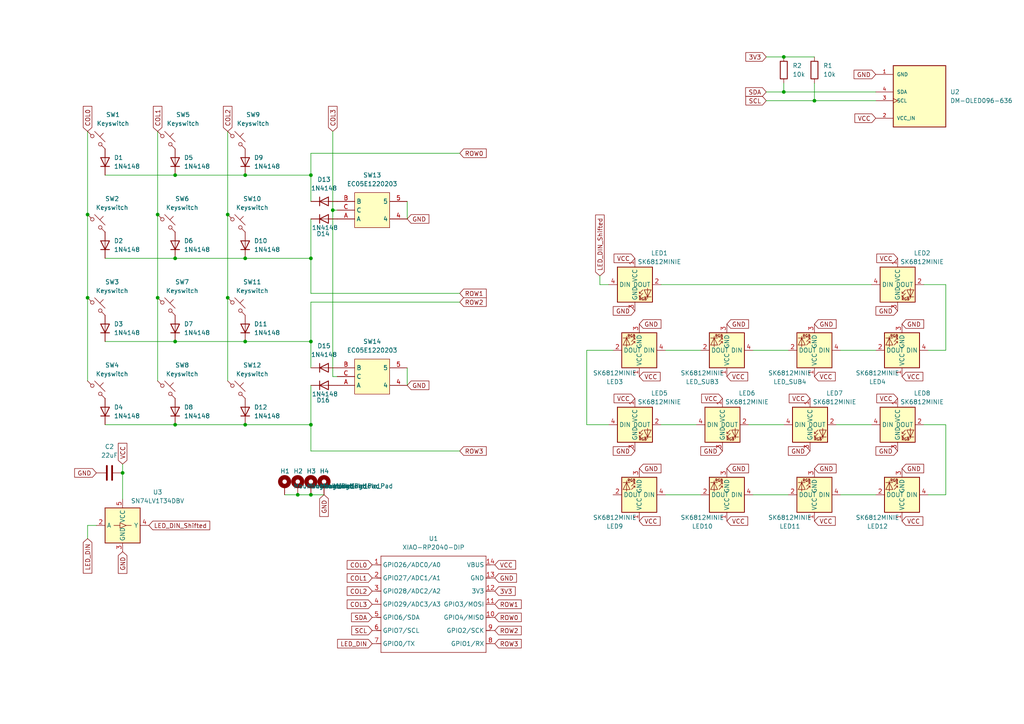
<source format=kicad_sch>
(kicad_sch (version 20231120) (generator "eeschema") (generator_version "8.0")
  (paper "A4")
  (lib_symbols
    (symbol "DM-OLED096-636:DM-OLED096-636" (pin_names (offset 1.016))
      (property "Reference" "U" (at -7.62 10.922 0))
      (property "Value" "DM-OLED096-636" (at -7.62 -10.16 0))
      (symbol "DM-OLED096-636_0_0"
        (rectangle (start -7.62 -7.62) (end 7.62 10.16) (stroke (width 0.254)) (fill (type background)))
        (pin power_in line (at 12.7 -5.08 180) (length 5.08) (name "GND") (number "1"))
        (pin power_in line (at 12.7 7.62 180) (length 5.08) (name "VCC_IN") (number "2"))
        (pin input clock (at 12.7 2.54 180) (length 5.08) (name "SCL") (number "3"))
        (pin bidirectional line (at 12.7 0 180) (length 5.08) (name "SDA") (number "4"))
      )
    )
    (symbol "Device:C" (pin_numbers hide) (pin_names (offset 0.254))
      (property "Reference" "C" (at 0.635 2.54 0))
      (property "Value" "C" (at 0.635 -2.54 0))
      (symbol "C_0_1"
        (polyline (pts (xy -2.032 -0.762) (xy 2.032 -0.762)) (stroke (width 0.508)))
        (polyline (pts (xy -2.032 0.762) (xy 2.032 0.762)) (stroke (width 0.508)))
      )
      (symbol "C_1_1"
        (pin passive line (at 0 3.81 270) (length 2.794) (name "~") (number "1"))
        (pin passive line (at 0 -3.81 90) (length 2.794) (name "~") (number "2"))
      )
    )
    (symbol "Device:R" (pin_numbers hide) (pin_names (offset 0))
      (property "Reference" "R" (at 2.032 0 90))
      (property "Value" "R" (at 0 0 90))
      (symbol "R_0_1"
        (rectangle (start -1.016 -2.54) (end 1.016 2.54) (stroke (width 0.254)))
      )
      (symbol "R_1_1"
        (pin passive line (at 0 3.81 270) (length 1.27) (name "~") (number "1"))
        (pin passive line (at 0 -3.81 90) (length 1.27) (name "~") (number "2"))
      )
    )
    (symbol "Diode:1N4148" (pin_numbers hide) (pin_names hide)
      (property "Reference" "D" (at 0 2.54 0))
      (property "Value" "1N4148" (at 0 -2.54 0))
      (symbol "1N4148_0_1"
        (polyline (pts (xy -1.27 1.27) (xy -1.27 -1.27)) (stroke (width 0.254)))
        (polyline (pts (xy 1.27 0) (xy -1.27 0)))
        (polyline (pts (xy 1.27 1.27) (xy 1.27 -1.27) (xy -1.27 0) (xy 1.27 1.27)) (stroke (width 0.254)))
      )
      (symbol "1N4148_1_1"
        (pin passive line (at -3.81 0 0) (length 2.54) (name "K") (number "1"))
        (pin passive line (at 3.81 0 180) (length 2.54) (name "A") (number "2"))
      )
    )
    (symbol "EC05E1220203:EC05E1220203"
      (property "Reference" "SW" (at 0 15.24 0))
      (property "Value" "EC05E1220203" (at 0 -15.24 0))
      (symbol "EC05E1220203_0_1"
        (rectangle (start -5.08 5.08) (end 5.08 -5.08) (fill (type background)))
        (pin unspecified line (at 2.54 10.16 270) (length 5.08) (name "4") (number "4"))
        (pin unspecified line (at -2.54 10.16 270) (length 5.08) (name "5") (number "5"))
        (pin unspecified line (at 2.54 -10.16 90) (length 5.08) (name "A") (number "A"))
        (pin unspecified line (at -2.54 -10.16 90) (length 5.08) (name "B") (number "B"))
        (pin unspecified line (at 0 -10.16 90) (length 5.08) (name "C") (number "C"))
      )
    )
    (symbol "Logic_LevelTranslator:SN74LV1T34DBV"
      (property "Reference" "U" (at 5.08 6.35 0))
      (property "Value" "SN74LV1T34DBV" (at 5.08 3.81 0))
      (symbol "SN74LV1T34DBV_0_1"
        (rectangle (start -5.08 5.08) (end 5.08 -5.08) (stroke (width 0.254)) (fill (type background)))
        (polyline (pts (xy -0.762 0) (xy -2.54 0)))
        (polyline (pts (xy 1.016 0) (xy 2.54 0)))
      )
      (symbol "SN74LV1T34DBV_1_1"
        (polyline (pts (xy -0.762 -0.762) (xy -0.762 0.762) (xy 1.016 0) (xy -0.762 -0.762)))
        (pin no_connect line (at -5.08 2.54 0) (length 2.54) hide (name "NC") (number "1"))
        (pin input line (at -7.62 0 0) (length 2.54) (name "A") (number "2"))
        (pin power_in line (at 0 -7.62 90) (length 2.54) (name "GND") (number "3"))
        (pin output line (at 7.62 0 180) (length 2.54) (name "Y") (number "4"))
        (pin power_in line (at 0 7.62 270) (length 2.54) (name "VCC") (number "5"))
      )
    )
    (symbol "Mechanical:MountingHole_Pad" (pin_numbers hide) (pin_names (offset 1.016) hide) (exclude_from_sim yes) (in_bom no)
      (property "Reference" "H" (at 0 6.35 0))
      (property "Value" "MountingHole_Pad" (at 0 4.445 0))
      (symbol "MountingHole_Pad_0_1"
        (circle (center 0 1.27) (radius 1.27) (stroke (width 1.27)))
      )
      (symbol "MountingHole_Pad_1_1"
        (pin input line (at 0 -2.54 90) (length 2.54) (name "1") (number "1"))
      )
    )
    (symbol "SK6812_MINI_E:SK6812MINIE"
      (property "Reference" "SK6812MINIE" (at 7.112 -6.35 0))
      (symbol "SK6812MINIE_0_0"
        (text "RGB" (at 2.286 -4.191 0) (effects (font (size 0.762 0.762))))
      )
      (symbol "SK6812MINIE_0_1"
        (polyline (pts (xy 1.27 -3.556) (xy 1.778 -3.556)))
        (polyline (pts (xy 1.27 -2.54) (xy 1.778 -2.54)))
        (polyline (pts (xy 4.699 -3.556) (xy 2.667 -3.556)))
        (polyline (pts (xy 2.286 -2.54) (xy 1.27 -3.556) (xy 1.27 -3.048)))
        (polyline (pts (xy 2.286 -1.524) (xy 1.27 -2.54) (xy 1.27 -2.032)))
        (polyline (pts (xy 3.683 -1.016) (xy 3.683 -3.556) (xy 3.683 -4.064)))
        (polyline (pts (xy 4.699 -1.524) (xy 2.667 -1.524) (xy 3.683 -3.556) (xy 4.699 -1.524)))
        (rectangle (start 5.08 5.08) (end -5.08 -5.08) (stroke (width 0.254)) (fill (type background)))
      )
      (symbol "SK6812MINIE_1_1"
        (pin power_in line (at 0 7.62 270) (length 2.54) (name "VCC") (number "1"))
        (pin output line (at 7.62 0 180) (length 2.54) (name "DOUT") (number "2"))
        (pin power_in line (at 0 -7.62 90) (length 2.54) (name "GND") (number "3"))
        (pin input line (at -7.62 0 0) (length 2.54) (name "DIN") (number "4"))
      )
    )
    (symbol "Seeed_Studio_XIAO_Series:XIAO-RP2040-DIP"
      (property "Reference" "U" (at 0 0 0))
      (property "Value" "XIAO-RP2040-DIP" (at 5.334 -1.778 0))
      (symbol "XIAO-RP2040-DIP_1_0"
        (polyline (pts (xy -1.27 -30.48) (xy -1.27 -16.51)) (stroke (width 0.1524)))
        (polyline (pts (xy -1.27 -27.94) (xy -2.54 -27.94)) (stroke (width 0.1524)))
        (polyline (pts (xy -1.27 -24.13) (xy -2.54 -24.13)) (stroke (width 0.1524)))
        (polyline (pts (xy -1.27 -20.32) (xy -2.54 -20.32)) (stroke (width 0.1524)))
        (polyline (pts (xy -1.27 -16.51) (xy -2.54 -16.51)) (stroke (width 0.1524)))
        (polyline (pts (xy -1.27 -16.51) (xy -1.27 -12.7)) (stroke (width 0.1524)))
        (polyline (pts (xy -1.27 -12.7) (xy -2.54 -12.7)) (stroke (width 0.1524)))
        (polyline (pts (xy -1.27 -12.7) (xy -1.27 -8.89)) (stroke (width 0.1524)))
        (polyline (pts (xy -1.27 -8.89) (xy -2.54 -8.89)) (stroke (width 0.1524)))
        (polyline (pts (xy -1.27 -8.89) (xy -1.27 -5.08)) (stroke (width 0.1524)))
        (polyline (pts (xy -1.27 -5.08) (xy -2.54 -5.08)) (stroke (width 0.1524)))
        (polyline (pts (xy -1.27 -5.08) (xy -1.27 -2.54)) (stroke (width 0.1524)))
        (polyline (pts (xy -1.27 -2.54) (xy 29.21 -2.54)) (stroke (width 0.1524)))
        (polyline (pts (xy 29.21 -30.48) (xy -1.27 -30.48)) (stroke (width 0.1524)))
        (polyline (pts (xy 29.21 -12.7) (xy 29.21 -30.48)) (stroke (width 0.1524)))
        (polyline (pts (xy 29.21 -8.89) (xy 29.21 -12.7)) (stroke (width 0.1524)))
        (polyline (pts (xy 29.21 -5.08) (xy 29.21 -8.89)) (stroke (width 0.1524)))
        (polyline (pts (xy 29.21 -2.54) (xy 29.21 -5.08)) (stroke (width 0.1524)))
        (polyline (pts (xy 30.48 -27.94) (xy 29.21 -27.94)) (stroke (width 0.1524)))
        (polyline (pts (xy 30.48 -24.13) (xy 29.21 -24.13)) (stroke (width 0.1524)))
        (polyline (pts (xy 30.48 -20.32) (xy 29.21 -20.32)) (stroke (width 0.1524)))
        (polyline (pts (xy 30.48 -16.51) (xy 29.21 -16.51)) (stroke (width 0.1524)))
        (polyline (pts (xy 30.48 -12.7) (xy 29.21 -12.7)) (stroke (width 0.1524)))
        (polyline (pts (xy 30.48 -8.89) (xy 29.21 -8.89)) (stroke (width 0.1524)))
        (polyline (pts (xy 30.48 -5.08) (xy 29.21 -5.08)) (stroke (width 0.1524)))
        (pin passive line (at -3.81 -5.08 0) (length 2.54) (name "GPIO26/ADC0/A0") (number "1"))
        (pin passive line (at 31.75 -20.32 180) (length 2.54) (name "GPIO4/MISO") (number "10"))
        (pin passive line (at 31.75 -16.51 180) (length 2.54) (name "GPIO3/MOSI") (number "11"))
        (pin passive line (at 31.75 -12.7 180) (length 2.54) (name "3V3") (number "12"))
        (pin passive line (at 31.75 -8.89 180) (length 2.54) (name "GND") (number "13"))
        (pin passive line (at 31.75 -5.08 180) (length 2.54) (name "VBUS") (number "14"))
        (pin passive line (at -3.81 -8.89 0) (length 2.54) (name "GPIO27/ADC1/A1") (number "2"))
        (pin passive line (at -3.81 -12.7 0) (length 2.54) (name "GPIO28/ADC2/A2") (number "3"))
        (pin passive line (at -3.81 -16.51 0) (length 2.54) (name "GPIO29/ADC3/A3") (number "4"))
        (pin passive line (at -3.81 -20.32 0) (length 2.54) (name "GPIO6/SDA") (number "5"))
        (pin passive line (at -3.81 -24.13 0) (length 2.54) (name "GPIO7/SCL") (number "6"))
        (pin passive line (at -3.81 -27.94 0) (length 2.54) (name "GPIO0/TX") (number "7"))
        (pin passive line (at 31.75 -27.94 180) (length 2.54) (name "GPIO1/RX") (number "8"))
        (pin passive line (at 31.75 -24.13 180) (length 2.54) (name "GPIO2/SCK") (number "9"))
      )
    )
    (symbol "Switch:SW_Push_45deg" (pin_numbers hide) (pin_names (offset 1.016) hide)
      (property "Reference" "SW" (at 3.048 1.016 0))
      (property "Value" "SW_Push_45deg" (at 0 -3.81 0))
      (symbol "SW_Push_45deg_0_1"
        (circle (center -1.1684 1.1684) (radius 0.508))
        (polyline (pts (xy -0.508 2.54) (xy 2.54 -0.508)))
        (polyline (pts (xy 1.016 1.016) (xy 2.032 2.032)))
        (polyline (pts (xy -2.54 2.54) (xy -1.524 1.524) (xy -1.524 1.524)))
        (polyline (pts (xy 1.524 -1.524) (xy 2.54 -2.54) (xy 2.54 -2.54) (xy 2.54 -2.54)))
        (circle (center 1.143 -1.1938) (radius 0.508))
        (pin passive line (at -2.54 2.54 0) (length 0) (name "1") (number "1"))
        (pin passive line (at 2.54 -2.54 180) (length 0) (name "2") (number "2"))
      )
    )
  )
  (junction (at 45.72 62.23))
  (junction (at 25.4 86.36))
  (junction (at 90.17 50.8))
  (junction (at 90.17 99.06))
  (junction (at 90.17 143.51))
  (junction (at 50.8 50.8))
  (junction (at 66.04 62.23))
  (junction (at 90.17 74.93))
  (junction (at 50.8 99.06))
  (junction (at 227.33 26.67))
  (junction (at 50.8 123.19))
  (junction (at 71.12 50.8))
  (junction (at 227.33 16.51))
  (junction (at 25.4 62.23))
  (junction (at 71.12 123.19))
  (junction (at 236.22 29.21))
  (junction (at 90.17 123.19))
  (junction (at 71.12 99.06))
  (junction (at 66.04 86.36))
  (junction (at 96.52 60.96))
  (junction (at 71.12 74.93))
  (junction (at 50.8 74.93))
  (junction (at 45.72 86.36))
  (junction (at 86.36 143.51))
  (junction (at 35.56 137.16))
  (wire (pts (xy 170.18 101.6) (xy 170.18 123.19)))
  (wire (pts (xy 90.17 87.63) (xy 90.17 99.06)))
  (wire (pts (xy 217.17 123.19) (xy 227.33 123.19)))
  (wire (pts (xy 274.32 101.6) (xy 269.24 101.6)))
  (wire (pts (xy 274.32 123.19) (xy 274.32 143.51)))
  (wire (pts (xy 25.4 156.21) (xy 25.4 152.4)))
  (wire (pts (xy 90.17 143.51) (xy 93.98 143.51)))
  (wire (pts (xy 193.04 143.51) (xy 203.2 143.51)))
  (wire (pts (xy 71.12 50.8) (xy 90.17 50.8)))
  (wire (pts (xy 30.48 74.93) (xy 50.8 74.93)))
  (wire (pts (xy 173.99 82.55) (xy 176.53 82.55)))
  (wire (pts (xy 86.36 143.51) (xy 90.17 143.51)))
  (wire (pts (xy 90.17 87.63) (xy 133.35 87.63)))
  (wire (pts (xy 267.97 123.19) (xy 274.32 123.19)))
  (wire (pts (xy 222.25 16.51) (xy 227.33 16.51)))
  (wire (pts (xy 243.84 143.51) (xy 254 143.51)))
  (wire (pts (xy 177.8 101.6) (xy 170.18 101.6)))
  (wire (pts (xy 236.22 29.21) (xy 254 29.21)))
  (wire (pts (xy 90.17 85.09) (xy 90.17 74.93)))
  (wire (pts (xy 82.55 143.51) (xy 86.36 143.51)))
  (wire (pts (xy 30.48 99.06) (xy 50.8 99.06)))
  (wire (pts (xy 90.17 85.09) (xy 133.35 85.09)))
  (wire (pts (xy 191.77 123.19) (xy 201.93 123.19)))
  (wire (pts (xy 96.52 60.96) (xy 97.79 60.96)))
  (wire (pts (xy 90.17 44.45) (xy 133.35 44.45)))
  (wire (pts (xy 90.17 130.81) (xy 133.35 130.81)))
  (wire (pts (xy 71.12 74.93) (xy 90.17 74.93)))
  (wire (pts (xy 96.52 109.22) (xy 97.79 109.22)))
  (wire (pts (xy 193.04 101.6) (xy 203.2 101.6)))
  (wire (pts (xy 66.04 86.36) (xy 66.04 110.49)))
  (wire (pts (xy 274.32 82.55) (xy 274.32 101.6)))
  (wire (pts (xy 170.18 123.19) (xy 176.53 123.19)))
  (wire (pts (xy 227.33 26.67) (xy 254 26.67)))
  (wire (pts (xy 274.32 143.51) (xy 269.24 143.51)))
  (wire (pts (xy 45.72 38.1) (xy 45.72 62.23)))
  (wire (pts (xy 96.52 38.1) (xy 96.52 60.96)))
  (wire (pts (xy 66.04 38.1) (xy 66.04 62.23)))
  (wire (pts (xy 90.17 99.06) (xy 90.17 106.68)))
  (wire (pts (xy 236.22 24.13) (xy 236.22 29.21)))
  (wire (pts (xy 96.52 60.96) (xy 96.52 109.22)))
  (wire (pts (xy 90.17 44.45) (xy 90.17 50.8)))
  (wire (pts (xy 243.84 101.6) (xy 254 101.6)))
  (wire (pts (xy 173.99 80.01) (xy 173.99 82.55)))
  (wire (pts (xy 35.56 144.78) (xy 35.56 137.16)))
  (wire (pts (xy 50.8 50.8) (xy 71.12 50.8)))
  (wire (pts (xy 118.11 58.42) (xy 118.11 63.5)))
  (wire (pts (xy 45.72 86.36) (xy 45.72 110.49)))
  (wire (pts (xy 66.04 62.23) (xy 66.04 86.36)))
  (wire (pts (xy 222.25 29.21) (xy 236.22 29.21)))
  (wire (pts (xy 90.17 130.81) (xy 90.17 123.19)))
  (wire (pts (xy 218.44 143.51) (xy 228.6 143.51)))
  (wire (pts (xy 191.77 82.55) (xy 252.73 82.55)))
  (wire (pts (xy 90.17 50.8) (xy 90.17 58.42)))
  (wire (pts (xy 35.56 134.62) (xy 35.56 137.16)))
  (wire (pts (xy 45.72 62.23) (xy 45.72 86.36)))
  (wire (pts (xy 227.33 16.51) (xy 236.22 16.51)))
  (wire (pts (xy 25.4 62.23) (xy 25.4 86.36)))
  (wire (pts (xy 25.4 152.4) (xy 27.94 152.4)))
  (wire (pts (xy 50.8 74.93) (xy 71.12 74.93)))
  (wire (pts (xy 218.44 101.6) (xy 228.6 101.6)))
  (wire (pts (xy 222.25 26.67) (xy 227.33 26.67)))
  (wire (pts (xy 30.48 50.8) (xy 50.8 50.8)))
  (wire (pts (xy 118.11 106.68) (xy 118.11 111.76)))
  (wire (pts (xy 90.17 63.5) (xy 90.17 74.93)))
  (wire (pts (xy 227.33 24.13) (xy 227.33 26.67)))
  (wire (pts (xy 242.57 123.19) (xy 252.73 123.19)))
  (wire (pts (xy 71.12 123.19) (xy 90.17 123.19)))
  (wire (pts (xy 90.17 111.76) (xy 90.17 123.19)))
  (wire (pts (xy 50.8 123.19) (xy 71.12 123.19)))
  (wire (pts (xy 25.4 86.36) (xy 25.4 110.49)))
  (wire (pts (xy 267.97 82.55) (xy 274.32 82.55)))
  (wire (pts (xy 25.4 38.1) (xy 25.4 62.23)))
  (wire (pts (xy 50.8 99.06) (xy 71.12 99.06)))
  (wire (pts (xy 71.12 99.06) (xy 90.17 99.06)))
  (wire (pts (xy 30.48 123.19) (xy 50.8 123.19)))
  (global_label "COL2" (shape input) (at 66.04 38.1 90) (property "Intersheetrefs" "${INTERSHEET_REFS}" (effects (hide yes))))
  (global_label "VCC" (shape input) (at 260.35 115.57 180) (property "Intersheetrefs" "${INTERSHEET_REFS}" (effects (hide yes))))
  (global_label "GND" (shape input) (at 210.82 135.89 0) (property "Intersheetrefs" "${INTERSHEET_REFS}" (effects (hide yes))))
  (global_label "VCC" (shape input) (at 184.15 74.93 180) (property "Intersheetrefs" "${INTERSHEET_REFS}" (effects (hide yes))))
  (global_label "SDA" (shape input) (at 107.95 179.07 180) (property "Intersheetrefs" "${INTERSHEET_REFS}" (effects (hide yes))))
  (global_label "3V3" (shape input) (at 222.25 16.51 180) (property "Intersheetrefs" "${INTERSHEET_REFS}" (effects (hide yes))))
  (global_label "GND" (shape input) (at 184.15 90.17 180) (property "Intersheetrefs" "${INTERSHEET_REFS}" (effects (hide yes))))
  (global_label "GND" (shape input) (at 27.94 137.16 180) (property "Intersheetrefs" "${INTERSHEET_REFS}" (effects (hide yes))))
  (global_label "GND" (shape input) (at 260.35 130.81 180) (property "Intersheetrefs" "${INTERSHEET_REFS}" (effects (hide yes))))
  (global_label "VCC" (shape input) (at 261.62 151.13 0) (property "Intersheetrefs" "${INTERSHEET_REFS}" (effects (hide yes))))
  (global_label "VCC" (shape input) (at 260.35 74.93 180) (property "Intersheetrefs" "${INTERSHEET_REFS}" (effects (hide yes))))
  (global_label "VCC" (shape input) (at 35.56 134.62 90) (property "Intersheetrefs" "${INTERSHEET_REFS}" (effects (hide yes))))
  (global_label "SDA" (shape input) (at 222.25 26.67 180) (property "Intersheetrefs" "${INTERSHEET_REFS}" (effects (hide yes))))
  (global_label "ROW1" (shape input) (at 143.51 175.26 0) (property "Intersheetrefs" "${INTERSHEET_REFS}" (effects (hide yes))))
  (global_label "COL1" (shape input) (at 107.95 167.64 180) (property "Intersheetrefs" "${INTERSHEET_REFS}" (effects (hide yes))))
  (global_label "GND" (shape input) (at 143.51 167.64 0) (property "Intersheetrefs" "${INTERSHEET_REFS}" (effects (hide yes))))
  (global_label "COL3" (shape input) (at 107.95 175.26 180) (property "Intersheetrefs" "${INTERSHEET_REFS}" (effects (hide yes))))
  (global_label "VCC" (shape input) (at 210.82 151.13 0) (property "Intersheetrefs" "${INTERSHEET_REFS}" (effects (hide yes))))
  (global_label "ROW3" (shape input) (at 143.51 186.69 0) (property "Intersheetrefs" "${INTERSHEET_REFS}" (effects (hide yes))))
  (global_label "VCC" (shape input) (at 143.51 163.83 0) (property "Intersheetrefs" "${INTERSHEET_REFS}" (effects (hide yes))))
  (global_label "COL0" (shape input) (at 25.4 38.1 90) (property "Intersheetrefs" "${INTERSHEET_REFS}" (effects (hide yes))))
  (global_label "SCL" (shape input) (at 107.95 182.88 180) (property "Intersheetrefs" "${INTERSHEET_REFS}" (effects (hide yes))))
  (global_label "COL1" (shape input) (at 45.72 38.1 90) (property "Intersheetrefs" "${INTERSHEET_REFS}" (effects (hide yes))))
  (global_label "GND" (shape input) (at 185.42 93.98 0) (property "Intersheetrefs" "${INTERSHEET_REFS}" (effects (hide yes))))
  (global_label "LED_DIN_Shifted" (shape input) (at 173.99 80.01 90) (property "Intersheetrefs" "${INTERSHEET_REFS}" (effects (hide yes))))
  (global_label "COL2" (shape input) (at 107.95 171.45 180) (property "Intersheetrefs" "${INTERSHEET_REFS}" (effects (hide yes))))
  (global_label "LED_DIN" (shape input) (at 107.95 186.69 180) (property "Intersheetrefs" "${INTERSHEET_REFS}" (effects (hide yes))))
  (global_label "VCC" (shape input) (at 209.55 115.57 180) (property "Intersheetrefs" "${INTERSHEET_REFS}" (effects (hide yes))))
  (global_label "GND" (shape input) (at 118.11 111.76 0) (property "Intersheetrefs" "${INTERSHEET_REFS}" (effects (hide yes))))
  (global_label "GND" (shape input) (at 261.62 93.98 0) (property "Intersheetrefs" "${INTERSHEET_REFS}" (effects (hide yes))))
  (global_label "VCC" (shape input) (at 184.15 115.57 180) (property "Intersheetrefs" "${INTERSHEET_REFS}" (effects (hide yes))))
  (global_label "VCC" (shape input) (at 236.22 109.22 0) (property "Intersheetrefs" "${INTERSHEET_REFS}" (effects (hide yes))))
  (global_label "LED_DIN_Shifted" (shape input) (at 43.18 152.4 0) (property "Intersheetrefs" "${INTERSHEET_REFS}" (effects (hide yes))))
  (global_label "SCL" (shape input) (at 222.25 29.21 180) (property "Intersheetrefs" "${INTERSHEET_REFS}" (effects (hide yes))))
  (global_label "GND" (shape input) (at 210.82 93.98 0) (property "Intersheetrefs" "${INTERSHEET_REFS}" (effects (hide yes))))
  (global_label "COL0" (shape input) (at 107.95 163.83 180) (property "Intersheetrefs" "${INTERSHEET_REFS}" (effects (hide yes))))
  (global_label "GND" (shape input) (at 254 21.59 180) (property "Intersheetrefs" "${INTERSHEET_REFS}" (effects (hide yes))))
  (global_label "ROW1" (shape input) (at 133.35 85.09 0) (property "Intersheetrefs" "${INTERSHEET_REFS}" (effects (hide yes))))
  (global_label "ROW0" (shape input) (at 133.35 44.45 0) (property "Intersheetrefs" "${INTERSHEET_REFS}" (effects (hide yes))))
  (global_label "VCC" (shape input) (at 210.82 109.22 0) (property "Intersheetrefs" "${INTERSHEET_REFS}" (effects (hide yes))))
  (global_label "GND" (shape input) (at 185.42 135.89 0) (property "Intersheetrefs" "${INTERSHEET_REFS}" (effects (hide yes))))
  (global_label "LED_DIN" (shape input) (at 25.4 156.21 270) (property "Intersheetrefs" "${INTERSHEET_REFS}" (effects (hide yes))))
  (global_label "GND" (shape input) (at 118.11 63.5 0) (property "Intersheetrefs" "${INTERSHEET_REFS}" (effects (hide yes))))
  (global_label "VCC" (shape input) (at 261.62 109.22 0) (property "Intersheetrefs" "${INTERSHEET_REFS}" (effects (hide yes))))
  (global_label "ROW2" (shape input) (at 133.35 87.63 0) (property "Intersheetrefs" "${INTERSHEET_REFS}" (effects (hide yes))))
  (global_label "GND" (shape input) (at 260.35 90.17 180) (property "Intersheetrefs" "${INTERSHEET_REFS}" (effects (hide yes))))
  (global_label "VCC" (shape input) (at 185.42 109.22 0) (property "Intersheetrefs" "${INTERSHEET_REFS}" (effects (hide yes))))
  (global_label "ROW0" (shape input) (at 143.51 179.07 0) (property "Intersheetrefs" "${INTERSHEET_REFS}" (effects (hide yes))))
  (global_label "GND" (shape input) (at 236.22 135.89 0) (property "Intersheetrefs" "${INTERSHEET_REFS}" (effects (hide yes))))
  (global_label "GND" (shape input) (at 209.55 130.81 180) (property "Intersheetrefs" "${INTERSHEET_REFS}" (effects (hide yes))))
  (global_label "VCC" (shape input) (at 254 34.29 180) (property "Intersheetrefs" "${INTERSHEET_REFS}" (effects (hide yes))))
  (global_label "COL3" (shape input) (at 96.52 38.1 90) (property "Intersheetrefs" "${INTERSHEET_REFS}" (effects (hide yes))))
  (global_label "GND" (shape input) (at 93.98 143.51 270) (property "Intersheetrefs" "${INTERSHEET_REFS}" (effects (hide yes))))
  (global_label "3V3" (shape input) (at 143.51 171.45 0) (property "Intersheetrefs" "${INTERSHEET_REFS}" (effects (hide yes))))
  (global_label "GND" (shape input) (at 261.62 135.89 0) (property "Intersheetrefs" "${INTERSHEET_REFS}" (effects (hide yes))))
  (global_label "VCC" (shape input) (at 185.42 151.13 0) (property "Intersheetrefs" "${INTERSHEET_REFS}" (effects (hide yes))))
  (global_label "GND" (shape input) (at 35.56 160.02 270) (property "Intersheetrefs" "${INTERSHEET_REFS}" (effects (hide yes))))
  (global_label "GND" (shape input) (at 184.15 130.81 180) (property "Intersheetrefs" "${INTERSHEET_REFS}" (effects (hide yes))))
  (global_label "GND" (shape input) (at 236.22 93.98 0) (property "Intersheetrefs" "${INTERSHEET_REFS}" (effects (hide yes))))
  (global_label "VCC" (shape input) (at 236.22 151.13 0) (property "Intersheetrefs" "${INTERSHEET_REFS}" (effects (hide yes))))
  (global_label "GND" (shape input) (at 234.95 130.81 180) (property "Intersheetrefs" "${INTERSHEET_REFS}" (effects (hide yes))))
  (global_label "ROW3" (shape input) (at 133.35 130.81 0) (property "Intersheetrefs" "${INTERSHEET_REFS}" (effects (hide yes))))
  (global_label "ROW2" (shape input) (at 143.51 182.88 0) (property "Intersheetrefs" "${INTERSHEET_REFS}" (effects (hide yes))))
  (global_label "VCC" (shape input) (at 234.95 115.57 180) (property "Intersheetrefs" "${INTERSHEET_REFS}" (effects (hide yes))))
  (symbol (lib_id "Switch:SW_Push_45deg") (at 48.26 113.03 0) (unit 1)
    (property "Reference" "SW8" (at 52.832 105.918 0))
    (property "Value" "Keyswitch" (at 52.832 108.458 0))
    (property "Footprint" "Kailh_PG1353_Solderable:Kailh-PG1353-Solderable-1U" (effects (hide yes)))
    (property "Description" "Push button switch, normally open, two pins, 45° tilted" (effects (hide yes)))
  )
  (symbol (lib_id "SK6812_MINI_E:SK6812MINIE") (at 260.35 82.55 0) (unit 1)
    (property "Reference" "LED2" (at 267.462 73.406 0))
    (property "Value" "SK6812MINIE" (at 267.462 75.946 0))
    (property "Footprint" "LED_Reversed:SK6812MINI-E-Reverse" (effects (hide yes)))
    (property "Datasheet" "https://cdn-shop.adafruit.com/product-files/2686/SK6812MINI_REV.01-1-2.pdf" (effects (hide yes)))
    (property "Description" "RGB LED with integrated controller" (effects (hide yes)))
  )
  (symbol (lib_id "Switch:SW_Push_45deg") (at 48.26 88.9 0) (unit 1)
    (property "Reference" "SW7" (at 52.832 81.788 0))
    (property "Value" "Keyswitch" (at 52.832 84.328 0))
    (property "Footprint" "Kailh_PG1353_Solderable:Kailh-PG1353-Solderable-1U" (effects (hide yes)))
    (property "Description" "Push button switch, normally open, two pins, 45° tilted" (effects (hide yes)))
  )
  (symbol (lib_id "Mechanical:MountingHole_Pad") (at 93.98 140.97 0) (unit 1) (exclude_from_sim yes) (in_bom no)
    (property "Reference" "H4" (at 92.71 136.652 0) (effects (justify left)))
    (property "Value" "MountingHole_Pad" (at 96.52 140.9699 0) (effects (justify left)))
    (property "Footprint" "MountingHole:MountingHole_2.2mm_M2_DIN965_Pad" (effects (hide yes)))
    (property "Description" "Mounting Hole with connection" (effects (hide yes)))
  )
  (symbol (lib_id "Device:C") (at 31.75 137.16 90) (unit 1)
    (property "Reference" "C2" (at 31.75 129.54 90))
    (property "Value" "22uF" (at 31.75 132.08 90))
    (property "Footprint" "Capacitor_THT:C_Radial_D5.0mm_H7.0mm_P2.00mm" (effects (hide yes)))
    (property "Description" "Unpolarized capacitor" (effects (hide yes)))
  )
  (symbol (lib_id "Device:R") (at 227.33 20.32 0) (unit 1)
    (property "Reference" "R2" (at 229.87 19.0499 0) (effects (justify left)))
    (property "Value" "10k" (at 229.87 21.5899 0) (effects (justify left)))
    (property "Footprint" "Resistor_SMD:R_0402_1005Metric_Pad0.72x0.64mm_HandSolder" (effects (hide yes)))
    (property "Description" "Resistor" (effects (hide yes)))
  )
  (symbol (lib_id "DM-OLED096-636:DM-OLED096-636") (at 266.7 26.67 180) (unit 1)
    (property "Reference" "U2" (at 275.59 26.6699 0) (effects (justify right)))
    (property "Value" "DM-OLED096-636" (at 275.59 29.2099 0) (effects (justify right)))
    (property "Footprint" "OLED_096_636:MODULE_DM-OLED096-636" (effects (hide yes)))
    (property "MF" "Display Module" (effects (hide yes)))
    (property "MAXIMUM_PACKAGE_HEIGHT" "11.3 mm" (effects (hide yes)))
    (property "Package" "Package" (effects (hide yes)))
    (property "Price" "None" (effects (hide yes)))
    (property "Check_prices" "https://www.snapeda.com/parts/DM-OLED096-636/Display+Module/view-part/?ref=eda" (effects (hide yes)))
    (property "STANDARD" "Manufacturer Recommendations" (effects (hide yes)))
    (property "PARTREV" "2018-09-10" (effects (hide yes)))
    (property "SnapEDA_Link" "https://www.snapeda.com/parts/DM-OLED096-636/Display+Module/view-part/?ref=snap" (effects (hide yes)))
    (property "MP" "DM-OLED096-636" (effects (hide yes)))
    (property "Description_1" "\n                        \n                            0.96” 128 X 64 MONOCHROME GRAPHIC OLED DISPLAY MODULE - I2C\n                        \n" (effects (hide yes)))
    (property "Availability" "Not in stock" (effects (hide yes)))
    (property "MANUFACTURER" "Displaymodule" (effects (hide yes)))
  )
  (symbol (lib_id "Diode:1N4148") (at 71.12 46.99 90) (unit 1)
    (property "Reference" "D9" (at 73.66 45.7199 90) (effects (justify right)))
    (property "Value" "1N4148" (at 73.66 48.2599 90) (effects (justify right)))
    (property "Footprint" "Diode_THT:D_DO-35_SOD27_P7.62mm_Horizontal" (effects (hide yes)))
    (property "Datasheet" "https://assets.nexperia.com/documents/data-sheet/1N4148_1N4448.pdf" (effects (hide yes)))
    (property "Description" "100V 0.15A standard switching diode, DO-35" (effects (hide yes)))
    (property "Sim.Device" "D" (effects (hide yes)))
    (property "Sim.Pins" "1=K 2=A" (effects (hide yes)))
  )
  (symbol (lib_id "Switch:SW_Push_45deg") (at 68.58 40.64 0) (unit 1)
    (property "Reference" "SW9" (at 73.406 33.274 0))
    (property "Value" "Keyswitch" (at 73.406 35.814 0))
    (property "Footprint" "Kailh_PG1353_Solderable:Kailh-PG1353-Solderable-1U" (effects (hide yes)))
    (property "Description" "Push button switch, normally open, two pins, 45° tilted" (effects (hide yes)))
  )
  (symbol (lib_id "Diode:1N4148") (at 93.98 111.76 0) (unit 1)
    (property "Reference" "D16" (at 93.726 116.078 0))
    (property "Value" "1N4148" (at 94.234 114.3 0))
    (property "Footprint" "Diode_THT:D_DO-35_SOD27_P7.62mm_Horizontal" (effects (hide yes)))
    (property "Datasheet" "https://assets.nexperia.com/documents/data-sheet/1N4148_1N4448.pdf" (effects (hide yes)))
    (property "Description" "100V 0.15A standard switching diode, DO-35" (effects (hide yes)))
    (property "Sim.Device" "D" (effects (hide yes)))
    (property "Sim.Pins" "1=K 2=A" (effects (hide yes)))
  )
  (symbol (lib_id "SK6812_MINI_E:SK6812MINIE") (at 209.55 123.19 0) (unit 1)
    (property "Reference" "LED6" (at 216.662 114.046 0))
    (property "Value" "SK6812MINIE" (at 216.662 116.586 0))
    (property "Footprint" "LED_Reversed:SK6812MINI-E-Reverse" (effects (hide yes)))
    (property "Datasheet" "https://cdn-shop.adafruit.com/product-files/2686/SK6812MINI_REV.01-1-2.pdf" (effects (hide yes)))
    (property "Description" "RGB LED with integrated controller" (effects (hide yes)))
  )
  (symbol (lib_id "Diode:1N4148") (at 50.8 119.38 90) (unit 1)
    (property "Reference" "D8" (at 53.34 118.1099 90) (effects (justify right)))
    (property "Value" "1N4148" (at 53.34 120.6499 90) (effects (justify right)))
    (property "Footprint" "Diode_THT:D_DO-35_SOD27_P7.62mm_Horizontal" (effects (hide yes)))
    (property "Datasheet" "https://assets.nexperia.com/documents/data-sheet/1N4148_1N4448.pdf" (effects (hide yes)))
    (property "Description" "100V 0.15A standard switching diode, DO-35" (effects (hide yes)))
    (property "Sim.Device" "D" (effects (hide yes)))
    (property "Sim.Pins" "1=K 2=A" (effects (hide yes)))
  )
  (symbol (lib_id "SK6812_MINI_E:SK6812MINIE") (at 261.62 143.51 180) (unit 1)
    (property "Reference" "LED12" (at 254.508 152.654 0))
    (property "Value" "SK6812MINIE" (at 254.508 150.114 0))
    (property "Footprint" "LED_Reversed:SK6812MINI-E-Reverse" (effects (hide yes)))
    (property "Datasheet" "https://cdn-shop.adafruit.com/product-files/2686/SK6812MINI_REV.01-1-2.pdf" (effects (hide yes)))
    (property "Description" "RGB LED with integrated controller" (effects (hide yes)))
  )
  (symbol (lib_id "SK6812_MINI_E:SK6812MINIE") (at 184.15 123.19 0) (unit 1)
    (property "Reference" "LED5" (at 191.262 114.046 0))
    (property "Value" "SK6812MINIE" (at 191.262 116.586 0))
    (property "Footprint" "LED_Reversed:SK6812MINI-E-Reverse" (effects (hide yes)))
    (property "Datasheet" "https://cdn-shop.adafruit.com/product-files/2686/SK6812MINI_REV.01-1-2.pdf" (effects (hide yes)))
    (property "Description" "RGB LED with integrated controller" (effects (hide yes)))
  )
  (symbol (lib_id "Mechanical:MountingHole_Pad") (at 86.36 140.97 0) (unit 1) (exclude_from_sim yes) (in_bom no)
    (property "Reference" "H2" (at 85.09 136.652 0) (effects (justify left)))
    (property "Value" "MountingHole_Pad" (at 88.9 140.9699 0) (effects (justify left)))
    (property "Footprint" "MountingHole:MountingHole_2.2mm_M2_DIN965_Pad" (effects (hide yes)))
    (property "Description" "Mounting Hole with connection" (effects (hide yes)))
  )
  (symbol (lib_id "EC05E1220203:EC05E1220203") (at 107.95 109.22 270) (unit 1)
    (property "Reference" "SW14" (at 107.95 99.06 90))
    (property "Value" "EC05E1220203" (at 107.95 101.6 90))
    (property "Footprint" "EC05E1220203:SW-SMD_EC05E1220203" (effects (hide yes)))
    (property "Datasheet" "https://lcsc.com/product-detail/New-Arrivals_ALPS-Electric-EC05E1220203_C390930.html" (effects (hide yes)))
    (property "LCSC Part" "C390930" (effects (hide yes)))
  )
  (symbol (lib_id "Diode:1N4148") (at 30.48 95.25 90) (unit 1)
    (property "Reference" "D3" (at 33.02 93.9799 90) (effects (justify right)))
    (property "Value" "1N4148" (at 33.02 96.5199 90) (effects (justify right)))
    (property "Footprint" "Diode_THT:D_DO-35_SOD27_P7.62mm_Horizontal" (effects (hide yes)))
    (property "Datasheet" "https://assets.nexperia.com/documents/data-sheet/1N4148_1N4448.pdf" (effects (hide yes)))
    (property "Description" "100V 0.15A standard switching diode, DO-35" (effects (hide yes)))
    (property "Sim.Device" "D" (effects (hide yes)))
    (property "Sim.Pins" "1=K 2=A" (effects (hide yes)))
  )
  (symbol (lib_id "Diode:1N4148") (at 30.48 119.38 90) (unit 1)
    (property "Reference" "D4" (at 33.02 118.1099 90) (effects (justify right)))
    (property "Value" "1N4148" (at 33.02 120.6499 90) (effects (justify right)))
    (property "Footprint" "Diode_THT:D_DO-35_SOD27_P7.62mm_Horizontal" (effects (hide yes)))
    (property "Datasheet" "https://assets.nexperia.com/documents/data-sheet/1N4148_1N4448.pdf" (effects (hide yes)))
    (property "Description" "100V 0.15A standard switching diode, DO-35" (effects (hide yes)))
    (property "Sim.Device" "D" (effects (hide yes)))
    (property "Sim.Pins" "1=K 2=A" (effects (hide yes)))
  )
  (symbol (lib_id "Switch:SW_Push_45deg") (at 68.58 64.77 0) (unit 1)
    (property "Reference" "SW10" (at 73.152 57.658 0))
    (property "Value" "Keyswitch" (at 73.152 60.198 0))
    (property "Footprint" "Kailh_PG1353_Solderable:Kailh-PG1353-Solderable-1U" (effects (hide yes)))
    (property "Description" "Push button switch, normally open, two pins, 45° tilted" (effects (hide yes)))
  )
  (symbol (lib_id "Diode:1N4148") (at 30.48 71.12 90) (unit 1)
    (property "Reference" "D2" (at 33.02 69.8499 90) (effects (justify right)))
    (property "Value" "1N4148" (at 33.02 72.3899 90) (effects (justify right)))
    (property "Footprint" "Diode_THT:D_DO-35_SOD27_P7.62mm_Horizontal" (effects (hide yes)))
    (property "Datasheet" "https://assets.nexperia.com/documents/data-sheet/1N4148_1N4448.pdf" (effects (hide yes)))
    (property "Description" "100V 0.15A standard switching diode, DO-35" (effects (hide yes)))
    (property "Sim.Device" "D" (effects (hide yes)))
    (property "Sim.Pins" "1=K 2=A" (effects (hide yes)))
  )
  (symbol (lib_id "Switch:SW_Push_45deg") (at 48.26 64.77 0) (unit 1)
    (property "Reference" "SW6" (at 52.832 57.658 0))
    (property "Value" "Keyswitch" (at 52.832 60.198 0))
    (property "Footprint" "Kailh_PG1353_Solderable:Kailh-PG1353-Solderable-1U" (effects (hide yes)))
    (property "Description" "Push button switch, normally open, two pins, 45° tilted" (effects (hide yes)))
  )
  (symbol (lib_id "Switch:SW_Push_45deg") (at 27.94 113.03 0) (unit 1)
    (property "Reference" "SW4" (at 32.512 105.918 0))
    (property "Value" "Keyswitch" (at 32.512 108.458 0))
    (property "Footprint" "Kailh_PG1353_Solderable:Kailh-PG1353-Solderable-1U" (effects (hide yes)))
    (property "Description" "Push button switch, normally open, two pins, 45° tilted" (effects (hide yes)))
  )
  (symbol (lib_id "SK6812_MINI_E:SK6812MINIE") (at 184.15 82.55 0) (unit 1)
    (property "Reference" "LED1" (at 191.262 73.406 0))
    (property "Value" "SK6812MINIE" (at 191.262 75.946 0))
    (property "Footprint" "LED_Reversed:SK6812MINI-E-Reverse" (effects (hide yes)))
    (property "Datasheet" "https://cdn-shop.adafruit.com/product-files/2686/SK6812MINI_REV.01-1-2.pdf" (effects (hide yes)))
    (property "Description" "RGB LED with integrated controller" (effects (hide yes)))
  )
  (symbol (lib_id "Switch:SW_Push_45deg") (at 27.94 40.64 0) (unit 1)
    (property "Reference" "SW1" (at 32.766 33.274 0))
    (property "Value" "Keyswitch" (at 32.766 35.814 0))
    (property "Footprint" "Kailh_PG1353_Solderable:Kailh-PG1353-Solderable-1U" (effects (hide yes)))
    (property "Description" "Push button switch, normally open, two pins, 45° tilted" (effects (hide yes)))
  )
  (symbol (lib_id "SK6812_MINI_E:SK6812MINIE") (at 234.95 123.19 0) (unit 1)
    (property "Reference" "LED7" (at 242.062 114.046 0))
    (property "Value" "SK6812MINIE" (at 242.062 116.586 0))
    (property "Footprint" "LED_Reversed:SK6812MINI-E-Reverse" (effects (hide yes)))
    (property "Datasheet" "https://cdn-shop.adafruit.com/product-files/2686/SK6812MINI_REV.01-1-2.pdf" (effects (hide yes)))
    (property "Description" "RGB LED with integrated controller" (effects (hide yes)))
  )
  (symbol (lib_id "Mechanical:MountingHole_Pad") (at 90.17 140.97 0) (unit 1) (exclude_from_sim yes) (in_bom no)
    (property "Reference" "H3" (at 88.9 136.652 0) (effects (justify left)))
    (property "Value" "MountingHole_Pad" (at 92.71 140.9699 0) (effects (justify left)))
    (property "Footprint" "MountingHole:MountingHole_2.2mm_M2_DIN965_Pad" (effects (hide yes)))
    (property "Description" "Mounting Hole with connection" (effects (hide yes)))
  )
  (symbol (lib_id "Switch:SW_Push_45deg") (at 48.26 40.64 0) (unit 1)
    (property "Reference" "SW5" (at 53.086 33.274 0))
    (property "Value" "Keyswitch" (at 53.086 35.814 0))
    (property "Footprint" "Kailh_PG1353_Solderable:Kailh-PG1353-Solderable-1U" (effects (hide yes)))
    (property "Description" "Push button switch, normally open, two pins, 45° tilted" (effects (hide yes)))
  )
  (symbol (lib_id "Diode:1N4148") (at 93.98 106.68 0) (unit 1)
    (property "Reference" "D15" (at 93.98 100.33 0))
    (property "Value" "1N4148" (at 93.98 102.87 0))
    (property "Footprint" "Diode_THT:D_DO-35_SOD27_P7.62mm_Horizontal" (effects (hide yes)))
    (property "Datasheet" "https://assets.nexperia.com/documents/data-sheet/1N4148_1N4448.pdf" (effects (hide yes)))
    (property "Description" "100V 0.15A standard switching diode, DO-35" (effects (hide yes)))
    (property "Sim.Device" "D" (effects (hide yes)))
    (property "Sim.Pins" "1=K 2=A" (effects (hide yes)))
  )
  (symbol (lib_id "SK6812_MINI_E:SK6812MINIE") (at 210.82 143.51 180) (unit 1)
    (property "Reference" "LED10" (at 203.708 152.654 0))
    (property "Value" "SK6812MINIE" (at 203.708 150.114 0))
    (property "Footprint" "LED_Reversed:SK6812MINI-E-Reverse" (effects (hide yes)))
    (property "Datasheet" "https://cdn-shop.adafruit.com/product-files/2686/SK6812MINI_REV.01-1-2.pdf" (effects (hide yes)))
    (property "Description" "RGB LED with integrated controller" (effects (hide yes)))
  )
  (symbol (lib_id "Switch:SW_Push_45deg") (at 27.94 88.9 0) (unit 1)
    (property "Reference" "SW3" (at 32.512 81.788 0))
    (property "Value" "Keyswitch" (at 32.512 84.328 0))
    (property "Footprint" "Kailh_PG1353_Solderable:Kailh-PG1353-Solderable-1U" (effects (hide yes)))
    (property "Description" "Push button switch, normally open, two pins, 45° tilted" (effects (hide yes)))
  )
  (symbol (lib_id "Device:R") (at 236.22 20.32 0) (unit 1)
    (property "Reference" "R1" (at 238.76 19.0499 0) (effects (justify left)))
    (property "Value" "10k" (at 238.76 21.5899 0) (effects (justify left)))
    (property "Footprint" "Resistor_SMD:R_0402_1005Metric_Pad0.72x0.64mm_HandSolder" (effects (hide yes)))
    (property "Description" "Resistor" (effects (hide yes)))
  )
  (symbol (lib_id "SK6812_MINI_E:SK6812MINIE") (at 236.22 143.51 180) (unit 1)
    (property "Reference" "LED11" (at 229.108 152.654 0))
    (property "Value" "SK6812MINIE" (at 229.108 150.114 0))
    (property "Footprint" "LED_Reversed:SK6812MINI-E-Reverse" (effects (hide yes)))
    (property "Datasheet" "https://cdn-shop.adafruit.com/product-files/2686/SK6812MINI_REV.01-1-2.pdf" (effects (hide yes)))
    (property "Description" "RGB LED with integrated controller" (effects (hide yes)))
  )
  (symbol (lib_id "Diode:1N4148") (at 30.48 46.99 90) (unit 1)
    (property "Reference" "D1" (at 33.02 45.7199 90) (effects (justify right)))
    (property "Value" "1N4148" (at 33.02 48.2599 90) (effects (justify right)))
    (property "Footprint" "Diode_THT:D_DO-35_SOD27_P7.62mm_Horizontal" (effects (hide yes)))
    (property "Datasheet" "https://assets.nexperia.com/documents/data-sheet/1N4148_1N4448.pdf" (effects (hide yes)))
    (property "Description" "100V 0.15A standard switching diode, DO-35" (effects (hide yes)))
    (property "Sim.Device" "D" (effects (hide yes)))
    (property "Sim.Pins" "1=K 2=A" (effects (hide yes)))
  )
  (symbol (lib_id "Mechanical:MountingHole_Pad") (at 82.55 140.97 0) (unit 1) (exclude_from_sim yes) (in_bom no)
    (property "Reference" "H1" (at 81.28 136.652 0) (effects (justify left)))
    (property "Value" "MountingHole_Pad" (at 85.09 140.9699 0) (effects (justify left)))
    (property "Footprint" "MountingHole:MountingHole_2.2mm_M2_DIN965_Pad" (effects (hide yes)))
    (property "Description" "Mounting Hole with connection" (effects (hide yes)))
  )
  (symbol (lib_id "Seeed_Studio_XIAO_Series:XIAO-RP2040-DIP") (at 111.76 158.75 0) (unit 1)
    (property "Reference" "U1" (at 125.73 156.21 0))
    (property "Value" "XIAO-RP2040-DIP" (at 125.73 158.75 0))
    (property "Footprint" "Seeed Studio XIAO Series Library:XIAO-RP2040-DIP" (effects (hide yes)))
  )
  (symbol (lib_id "SK6812_MINI_E:SK6812MINIE") (at 261.62 101.6 180) (unit 1)
    (property "Reference" "LED4" (at 254.508 110.744 0))
    (property "Value" "SK6812MINIE" (at 254.508 108.204 0))
    (property "Footprint" "LED_Reversed:SK6812MINI-E-Reverse" (effects (hide yes)))
    (property "Datasheet" "https://cdn-shop.adafruit.com/product-files/2686/SK6812MINI_REV.01-1-2.pdf" (effects (hide yes)))
    (property "Description" "RGB LED with integrated controller" (effects (hide yes)))
  )
  (symbol (lib_id "Diode:1N4148") (at 71.12 95.25 90) (unit 1)
    (property "Reference" "D11" (at 73.66 93.9799 90) (effects (justify right)))
    (property "Value" "1N4148" (at 73.66 96.5199 90) (effects (justify right)))
    (property "Footprint" "Diode_THT:D_DO-35_SOD27_P7.62mm_Horizontal" (effects (hide yes)))
    (property "Datasheet" "https://assets.nexperia.com/documents/data-sheet/1N4148_1N4448.pdf" (effects (hide yes)))
    (property "Description" "100V 0.15A standard switching diode, DO-35" (effects (hide yes)))
    (property "Sim.Device" "D" (effects (hide yes)))
    (property "Sim.Pins" "1=K 2=A" (effects (hide yes)))
  )
  (symbol (lib_id "EC05E1220203:EC05E1220203") (at 107.95 60.96 270) (unit 1)
    (property "Reference" "SW13" (at 107.95 50.8 90))
    (property "Value" "EC05E1220203" (at 107.95 53.34 90))
    (property "Footprint" "EC05E1220203:SW-SMD_EC05E1220203" (effects (hide yes)))
    (property "Datasheet" "https://lcsc.com/product-detail/New-Arrivals_ALPS-Electric-EC05E1220203_C390930.html" (effects (hide yes)))
    (property "LCSC Part" "C390930" (effects (hide yes)))
  )
  (symbol (lib_id "Logic_LevelTranslator:SN74LV1T34DBV") (at 35.56 152.4 0) (unit 1)
    (property "Reference" "U3" (at 45.72 142.748 0))
    (property "Value" "SN74LV1T34DBV" (at 45.72 145.288 0))
    (property "Footprint" "Package_TO_SOT_SMD:SOT-23-5" (effects (hide yes)))
    (property "Datasheet" "https://www.ti.com/lit/ds/symlink/sn74lv1t34.pdf" (effects (hide yes)))
    (property "Description" "Single Power Supply, Single Buffer GATE, CMOS Logic, Level Shifter, SOT-23-5" (effects (hide yes)))
  )
  (symbol (lib_id "Switch:SW_Push_45deg") (at 27.94 64.77 0) (unit 1)
    (property "Reference" "SW2" (at 32.512 57.658 0))
    (property "Value" "Keyswitch" (at 32.512 60.198 0))
    (property "Footprint" "Kailh_PG1353_Solderable:Kailh-PG1353-Solderable-1U" (effects (hide yes)))
    (property "Description" "Push button switch, normally open, two pins, 45° tilted" (effects (hide yes)))
  )
  (symbol (lib_id "Diode:1N4148") (at 50.8 46.99 90) (unit 1)
    (property "Reference" "D5" (at 53.34 45.7199 90) (effects (justify right)))
    (property "Value" "1N4148" (at 53.34 48.2599 90) (effects (justify right)))
    (property "Footprint" "Diode_THT:D_DO-35_SOD27_P7.62mm_Horizontal" (effects (hide yes)))
    (property "Datasheet" "https://assets.nexperia.com/documents/data-sheet/1N4148_1N4448.pdf" (effects (hide yes)))
    (property "Description" "100V 0.15A standard switching diode, DO-35" (effects (hide yes)))
    (property "Sim.Device" "D" (effects (hide yes)))
    (property "Sim.Pins" "1=K 2=A" (effects (hide yes)))
  )
  (symbol (lib_id "SK6812_MINI_E:SK6812MINIE") (at 185.42 101.6 180) (unit 1)
    (property "Reference" "LED3" (at 178.308 110.744 0))
    (property "Value" "SK6812MINIE" (at 178.308 108.204 0))
    (property "Footprint" "LED_Reversed:SK6812MINI-E-Reverse" (effects (hide yes)))
    (property "Datasheet" "https://cdn-shop.adafruit.com/product-files/2686/SK6812MINI_REV.01-1-2.pdf" (effects (hide yes)))
    (property "Description" "RGB LED with integrated controller" (effects (hide yes)))
  )
  (symbol (lib_id "Diode:1N4148") (at 71.12 119.38 90) (unit 1)
    (property "Reference" "D12" (at 73.66 118.1099 90) (effects (justify right)))
    (property "Value" "1N4148" (at 73.66 120.6499 90) (effects (justify right)))
    (property "Footprint" "Diode_THT:D_DO-35_SOD27_P7.62mm_Horizontal" (effects (hide yes)))
    (property "Datasheet" "https://assets.nexperia.com/documents/data-sheet/1N4148_1N4448.pdf" (effects (hide yes)))
    (property "Description" "100V 0.15A standard switching diode, DO-35" (effects (hide yes)))
    (property "Sim.Device" "D" (effects (hide yes)))
    (property "Sim.Pins" "1=K 2=A" (effects (hide yes)))
  )
  (symbol (lib_id "Switch:SW_Push_45deg") (at 68.58 88.9 0) (unit 1)
    (property "Reference" "SW11" (at 73.152 81.788 0))
    (property "Value" "Keyswitch" (at 73.152 84.328 0))
    (property "Footprint" "Kailh_PG1353_Solderable:Kailh-PG1353-Solderable-1U" (effects (hide yes)))
    (property "Description" "Push button switch, normally open, two pins, 45° tilted" (effects (hide yes)))
  )
  (symbol (lib_id "Diode:1N4148") (at 93.98 63.5 0) (unit 1)
    (property "Reference" "D14" (at 93.726 67.818 0))
    (property "Value" "1N4148" (at 94.234 66.04 0))
    (property "Footprint" "Diode_THT:D_DO-35_SOD27_P7.62mm_Horizontal" (effects (hide yes)))
    (property "Datasheet" "https://assets.nexperia.com/documents/data-sheet/1N4148_1N4448.pdf" (effects (hide yes)))
    (property "Description" "100V 0.15A standard switching diode, DO-35" (effects (hide yes)))
    (property "Sim.Device" "D" (effects (hide yes)))
    (property "Sim.Pins" "1=K 2=A" (effects (hide yes)))
  )
  (symbol (lib_id "Switch:SW_Push_45deg") (at 68.58 113.03 0) (unit 1)
    (property "Reference" "SW12" (at 73.152 105.918 0))
    (property "Value" "Keyswitch" (at 73.152 108.458 0))
    (property "Footprint" "Kailh_PG1353_Solderable:Kailh-PG1353-Solderable-1U" (effects (hide yes)))
    (property "Description" "Push button switch, normally open, two pins, 45° tilted" (effects (hide yes)))
  )
  (symbol (lib_id "Diode:1N4148") (at 50.8 95.25 90) (unit 1)
    (property "Reference" "D7" (at 53.34 93.9799 90) (effects (justify right)))
    (property "Value" "1N4148" (at 53.34 96.5199 90) (effects (justify right)))
    (property "Footprint" "Diode_THT:D_DO-35_SOD27_P7.62mm_Horizontal" (effects (hide yes)))
    (property "Datasheet" "https://assets.nexperia.com/documents/data-sheet/1N4148_1N4448.pdf" (effects (hide yes)))
    (property "Description" "100V 0.15A standard switching diode, DO-35" (effects (hide yes)))
    (property "Sim.Device" "D" (effects (hide yes)))
    (property "Sim.Pins" "1=K 2=A" (effects (hide yes)))
  )
  (symbol (lib_id "Diode:1N4148") (at 50.8 71.12 90) (unit 1)
    (property "Reference" "D6" (at 53.34 69.8499 90) (effects (justify right)))
    (property "Value" "1N4148" (at 53.34 72.3899 90) (effects (justify right)))
    (property "Footprint" "Diode_THT:D_DO-35_SOD27_P7.62mm_Horizontal" (effects (hide yes)))
    (property "Datasheet" "https://assets.nexperia.com/documents/data-sheet/1N4148_1N4448.pdf" (effects (hide yes)))
    (property "Description" "100V 0.15A standard switching diode, DO-35" (effects (hide yes)))
    (property "Sim.Device" "D" (effects (hide yes)))
    (property "Sim.Pins" "1=K 2=A" (effects (hide yes)))
  )
  (symbol (lib_id "SK6812_MINI_E:SK6812MINIE") (at 185.42 143.51 180) (unit 1)
    (property "Reference" "LED9" (at 178.308 152.654 0))
    (property "Value" "SK6812MINIE" (at 178.308 150.114 0))
    (property "Footprint" "LED_Reversed:SK6812MINI-E-Reverse" (effects (hide yes)))
    (property "Datasheet" "https://cdn-shop.adafruit.com/product-files/2686/SK6812MINI_REV.01-1-2.pdf" (effects (hide yes)))
    (property "Description" "RGB LED with integrated controller" (effects (hide yes)))
  )
  (symbol (lib_id "SK6812_MINI_E:SK6812MINIE") (at 260.35 123.19 0) (unit 1)
    (property "Reference" "LED8" (at 267.462 114.046 0))
    (property "Value" "SK6812MINIE" (at 267.462 116.586 0))
    (property "Footprint" "LED_Reversed:SK6812MINI-E-Reverse" (effects (hide yes)))
    (property "Datasheet" "https://cdn-shop.adafruit.com/product-files/2686/SK6812MINI_REV.01-1-2.pdf" (effects (hide yes)))
    (property "Description" "RGB LED with integrated controller" (effects (hide yes)))
  )
  (symbol (lib_id "Diode:1N4148") (at 71.12 71.12 90) (unit 1)
    (property "Reference" "D10" (at 73.66 69.8499 90) (effects (justify right)))
    (property "Value" "1N4148" (at 73.66 72.3899 90) (effects (justify right)))
    (property "Footprint" "Diode_THT:D_DO-35_SOD27_P7.62mm_Horizontal" (effects (hide yes)))
    (property "Datasheet" "https://assets.nexperia.com/documents/data-sheet/1N4148_1N4448.pdf" (effects (hide yes)))
    (property "Description" "100V 0.15A standard switching diode, DO-35" (effects (hide yes)))
    (property "Sim.Device" "D" (effects (hide yes)))
    (property "Sim.Pins" "1=K 2=A" (effects (hide yes)))
  )
  (symbol (lib_id "Diode:1N4148") (at 93.98 58.42 0) (unit 1)
    (property "Reference" "D13" (at 93.98 52.07 0))
    (property "Value" "1N4148" (at 93.98 54.61 0))
    (property "Footprint" "Diode_THT:D_DO-35_SOD27_P7.62mm_Horizontal" (effects (hide yes)))
    (property "Datasheet" "https://assets.nexperia.com/documents/data-sheet/1N4148_1N4448.pdf" (effects (hide yes)))
    (property "Description" "100V 0.15A standard switching diode, DO-35" (effects (hide yes)))
    (property "Sim.Device" "D" (effects (hide yes)))
    (property "Sim.Pins" "1=K 2=A" (effects (hide yes)))
  )
  (symbol (lib_id "SK6812_MINI_E:SK6812MINIE") (at 210.82 101.6 180) (unit 1)
    (property "Reference" "LED_SUB3" (at 203.708 110.744 0))
    (property "Value" "SK6812MINIE" (at 203.708 108.204 0))
    (property "Footprint" "LED_Reversed:SK6812MINI-E-Reverse" (effects (hide yes)))
    (property "Datasheet" "https://cdn-shop.adafruit.com/product-files/2686/SK6812MINI_REV.01-1-2.pdf" (effects (hide yes)))
    (property "Description" "RGB LED with integrated controller" (effects (hide yes)))
  )
  (symbol (lib_id "SK6812_MINI_E:SK6812MINIE") (at 236.22 101.6 180) (unit 1)
    (property "Reference" "LED_SUB4" (at 229.108 110.744 0))
    (property "Value" "SK6812MINIE" (at 229.108 108.204 0))
    (property "Footprint" "LED_Reversed:SK6812MINI-E-Reverse" (effects (hide yes)))
    (property "Datasheet" "https://cdn-shop.adafruit.com/product-files/2686/SK6812MINI_REV.01-1-2.pdf" (effects (hide yes)))
    (property "Description" "RGB LED with integrated controller" (effects (hide yes)))
  )
)
</source>
